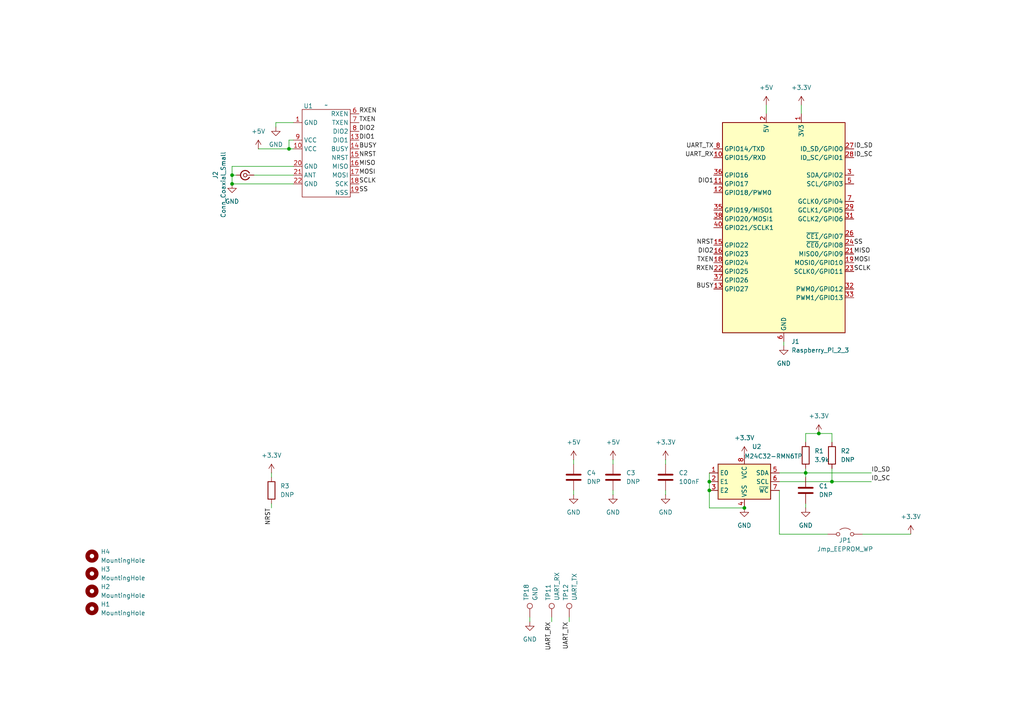
<source format=kicad_sch>
(kicad_sch (version 20231120) (generator "eeschema") (generator_version "8.0")
  (paper "A4")
  (lib_symbols
    (symbol "Connector:Conn_Coaxial_Small" (pin_numbers hide) (pin_names (offset 1.016) hide)
      (property "Reference" "J" (at 0.254 3.048 0))
      (property "Value" "Conn_Coaxial_Small" (at 0 -3.81 0))
      (symbol "Conn_Coaxial_Small_0_1"
        (polyline (pts (xy -2.54 0) (xy -0.508 0)))
        (circle (center 0 0) (radius 0.508) (stroke (width 0.2032)))
      )
      (symbol "Conn_Coaxial_Small_1_1"
        (arc (start -1.1916 -0.6311) (mid 0.327 -1.3081) (end 1.3484 0.0039) (stroke (width 0.3048)))
        (arc (start 1.3484 -0.0039) (mid 0.327 1.3081) (end -1.1916 0.6311) (stroke (width 0.3048)))
        (pin passive line (at -2.54 0 0) (length 1.27) (name "In") (number "1"))
        (pin passive line (at 2.54 0 180) (length 1.27) (name "Ext") (number "2"))
      )
    )
    (symbol "Connector:Raspberry_Pi_2_3"
      (property "Reference" "J" (at -17.78 31.75 0))
      (property "Value" "Raspberry_Pi_2_3" (at 10.16 -31.75 0))
      (symbol "Raspberry_Pi_2_3_0_1"
        (rectangle (start -17.78 30.48) (end 17.78 -30.48) (stroke (width 0.254)) (fill (type background)))
      )
      (symbol "Raspberry_Pi_2_3_1_1"
        (pin power_in line (at 5.08 33.02 270) (length 2.54) (name "3V3") (number "1"))
        (pin bidirectional line (at -20.32 20.32 0) (length 2.54) (name "GPIO15/RXD") (number "10"))
        (pin bidirectional line (at -20.32 12.7 0) (length 2.54) (name "GPIO17") (number "11"))
        (pin bidirectional line (at -20.32 10.16 0) (length 2.54) (name "GPIO18/PWM0") (number "12"))
        (pin bidirectional line (at -20.32 -17.78 0) (length 2.54) (name "GPIO27") (number "13"))
        (pin passive line (at 0 -33.02 90) (length 2.54) hide (name "GND") (number "14"))
        (pin bidirectional line (at -20.32 -5.08 0) (length 2.54) (name "GPIO22") (number "15"))
        (pin bidirectional line (at -20.32 -7.62 0) (length 2.54) (name "GPIO23") (number "16"))
        (pin passive line (at 5.08 33.02 270) (length 2.54) hide (name "3V3") (number "17"))
        (pin bidirectional line (at -20.32 -10.16 0) (length 2.54) (name "GPIO24") (number "18"))
        (pin bidirectional line (at 20.32 -10.16 180) (length 2.54) (name "MOSI0/GPIO10") (number "19"))
        (pin power_in line (at -5.08 33.02 270) (length 2.54) (name "5V") (number "2"))
        (pin passive line (at 0 -33.02 90) (length 2.54) hide (name "GND") (number "20"))
        (pin bidirectional line (at 20.32 -7.62 180) (length 2.54) (name "MISO0/GPIO9") (number "21"))
        (pin bidirectional line (at -20.32 -12.7 0) (length 2.54) (name "GPIO25") (number "22"))
        (pin bidirectional line (at 20.32 -12.7 180) (length 2.54) (name "SCLK0/GPIO11") (number "23"))
        (pin bidirectional line (at 20.32 -5.08 180) (length 2.54) (name "~{CE0}/GPIO8") (number "24"))
        (pin passive line (at 0 -33.02 90) (length 2.54) hide (name "GND") (number "25"))
        (pin bidirectional line (at 20.32 -2.54 180) (length 2.54) (name "~{CE1}/GPIO7") (number "26"))
        (pin bidirectional line (at 20.32 22.86 180) (length 2.54) (name "ID_SD/GPIO0") (number "27"))
        (pin bidirectional line (at 20.32 20.32 180) (length 2.54) (name "ID_SC/GPIO1") (number "28"))
        (pin bidirectional line (at 20.32 5.08 180) (length 2.54) (name "GCLK1/GPIO5") (number "29"))
        (pin bidirectional line (at 20.32 15.24 180) (length 2.54) (name "SDA/GPIO2") (number "3"))
        (pin passive line (at 0 -33.02 90) (length 2.54) hide (name "GND") (number "30"))
        (pin bidirectional line (at 20.32 2.54 180) (length 2.54) (name "GCLK2/GPIO6") (number "31"))
        (pin bidirectional line (at 20.32 -17.78 180) (length 2.54) (name "PWM0/GPIO12") (number "32"))
        (pin bidirectional line (at 20.32 -20.32 180) (length 2.54) (name "PWM1/GPIO13") (number "33"))
        (pin passive line (at 0 -33.02 90) (length 2.54) hide (name "GND") (number "34"))
        (pin bidirectional line (at -20.32 5.08 0) (length 2.54) (name "GPIO19/MISO1") (number "35"))
        (pin bidirectional line (at -20.32 15.24 0) (length 2.54) (name "GPIO16") (number "36"))
        (pin bidirectional line (at -20.32 -15.24 0) (length 2.54) (name "GPIO26") (number "37"))
        (pin bidirectional line (at -20.32 2.54 0) (length 2.54) (name "GPIO20/MOSI1") (number "38"))
        (pin passive line (at 0 -33.02 90) (length 2.54) hide (name "GND") (number "39"))
        (pin passive line (at -5.08 33.02 270) (length 2.54) hide (name "5V") (number "4"))
        (pin bidirectional line (at -20.32 0 0) (length 2.54) (name "GPIO21/SCLK1") (number "40"))
        (pin bidirectional line (at 20.32 12.7 180) (length 2.54) (name "SCL/GPIO3") (number "5"))
        (pin power_in line (at 0 -33.02 90) (length 2.54) (name "GND") (number "6"))
        (pin bidirectional line (at 20.32 7.62 180) (length 2.54) (name "GCLK0/GPIO4") (number "7"))
        (pin bidirectional line (at -20.32 22.86 0) (length 2.54) (name "GPIO14/TXD") (number "8"))
        (pin passive line (at 0 -33.02 90) (length 2.54) hide (name "GND") (number "9"))
      )
    )
    (symbol "Connector:TestPoint" (pin_numbers hide) (pin_names (offset 0.762) hide)
      (property "Reference" "TP" (at 0 6.858 0))
      (property "Value" "TestPoint" (at 0 5.08 0))
      (symbol "TestPoint_0_1"
        (circle (center 0 3.302) (radius 0.762))
      )
      (symbol "TestPoint_1_1"
        (pin passive line (at 0 0 90) (length 2.54) (name "1") (number "1"))
      )
    )
    (symbol "Device:C" (pin_numbers hide) (pin_names (offset 0.254))
      (property "Reference" "C" (at 0.635 2.54 0))
      (property "Value" "C" (at 0.635 -2.54 0))
      (symbol "C_0_1"
        (polyline (pts (xy -2.032 -0.762) (xy 2.032 -0.762)) (stroke (width 0.508)))
        (polyline (pts (xy -2.032 0.762) (xy 2.032 0.762)) (stroke (width 0.508)))
      )
      (symbol "C_1_1"
        (pin passive line (at 0 3.81 270) (length 2.794) (name "~") (number "1"))
        (pin passive line (at 0 -3.81 90) (length 2.794) (name "~") (number "2"))
      )
    )
    (symbol "Device:R" (pin_numbers hide) (pin_names (offset 0))
      (property "Reference" "R" (at 2.032 0 90))
      (property "Value" "R" (at 0 0 90))
      (symbol "R_0_1"
        (rectangle (start -1.016 -2.54) (end 1.016 2.54) (stroke (width 0.254)))
      )
      (symbol "R_1_1"
        (pin passive line (at 0 3.81 270) (length 1.27) (name "~") (number "1"))
        (pin passive line (at 0 -3.81 90) (length 1.27) (name "~") (number "2"))
      )
    )
    (symbol "Jumper:Jumper_2_Open" (pin_numbers hide) (pin_names (offset 0) hide) (exclude_from_sim yes)
      (property "Reference" "JP" (at 0 2.794 0))
      (property "Value" "Jumper_2_Open" (at 0 -2.286 0))
      (symbol "Jumper_2_Open_0_0"
        (circle (center -2.032 0) (radius 0.508))
        (circle (center 2.032 0) (radius 0.508))
      )
      (symbol "Jumper_2_Open_0_1"
        (arc (start 1.524 1.27) (mid 0 1.778) (end -1.524 1.27))
      )
      (symbol "Jumper_2_Open_1_1"
        (pin passive line (at -5.08 0 0) (length 2.54) (name "A") (number "1"))
        (pin passive line (at 5.08 0 180) (length 2.54) (name "B") (number "2"))
      )
    )
    (symbol "Mechanical:MountingHole" (pin_names (offset 1.016)) (exclude_from_sim yes) (in_bom no)
      (property "Reference" "H" (at 0 5.08 0))
      (property "Value" "MountingHole" (at 0 3.175 0))
      (symbol "MountingHole_0_1"
        (circle (center 0 0) (radius 1.27) (stroke (width 1.27)))
      )
    )
    (symbol "Memory_EEPROM:M24C01-FMN"
      (property "Reference" "U" (at -6.35 6.35 0))
      (property "Value" "M24C01-FMN" (at 7.62 6.35 0))
      (symbol "M24C01-FMN_0_1"
        (rectangle (start -7.62 5.08) (end 7.62 -5.08) (stroke (width 0.254)) (fill (type background)))
      )
      (symbol "M24C01-FMN_1_1"
        (pin input line (at -10.16 2.54 0) (length 2.54) (name "E0") (number "1"))
        (pin input line (at -10.16 0 0) (length 2.54) (name "E1") (number "2"))
        (pin input line (at -10.16 -2.54 0) (length 2.54) (name "E2") (number "3"))
        (pin power_in line (at 0 -7.62 90) (length 2.54) (name "VSS") (number "4"))
        (pin bidirectional line (at 10.16 2.54 180) (length 2.54) (name "SDA") (number "5"))
        (pin input line (at 10.16 0 180) (length 2.54) (name "SCL") (number "6"))
        (pin input line (at 10.16 -2.54 180) (length 2.54) (name "~{WC}") (number "7"))
        (pin power_in line (at 0 7.62 270) (length 2.54) (name "VCC") (number "8"))
      )
    )
    (symbol "arnes_ebyte:E22-400M33S"
      (property "Reference" "U" (at -5.08 12.7 0))
      (property "Value" "E22-400M33S" (at 0.762 -15.24 0))
      (symbol "E22-400M33S_0_0"
        (pin passive line (at -8.89 7.62 0) (length 2.54) (name "GND") (number "1"))
        (pin power_in line (at -8.89 0 0) (length 2.54) (name "VCC") (number "10"))
        (pin passive line (at -8.89 7.62 0) (length 2.54) hide (name "GND") (number "11"))
        (pin passive line (at -8.89 7.62 0) (length 2.54) hide (name "GND") (number "12"))
        (pin bidirectional line (at 10.16 2.54 180) (length 2.54) (name "DIO1") (number "13"))
        (pin output line (at 10.16 0 180) (length 2.54) (name "BUSY") (number "14"))
        (pin input line (at 10.16 -2.54 180) (length 2.54) (name "NRST") (number "15"))
        (pin output line (at 10.16 -5.08 180) (length 2.54) (name "MISO") (number "16"))
        (pin input line (at 10.16 -7.62 180) (length 2.54) (name "MOSI") (number "17"))
        (pin input line (at 10.16 -10.16 180) (length 2.54) (name "SCK") (number "18"))
        (pin input line (at 10.16 -12.7 180) (length 2.54) (name "NSS") (number "19"))
        (pin passive line (at -8.89 7.62 0) (length 2.54) hide (name "GND") (number "2"))
        (pin power_in line (at -8.89 -5.08 0) (length 2.54) (name "GND") (number "20"))
        (pin passive line (at -8.89 -7.62 0) (length 2.54) (name "ANT") (number "21"))
        (pin power_in line (at -8.89 -10.16 0) (length 2.54) (name "GND") (number "22"))
        (pin passive line (at -8.89 7.62 0) (length 2.54) hide (name "GND") (number "3"))
        (pin passive line (at -8.89 7.62 0) (length 2.54) hide (name "GND") (number "4"))
        (pin passive line (at -8.89 7.62 0) (length 2.54) hide (name "GND") (number "5"))
        (pin input line (at 10.16 10.16 180) (length 2.54) (name "RXEN") (number "6"))
        (pin input line (at 10.16 7.62 180) (length 2.54) (name "TXEN") (number "7"))
        (pin bidirectional line (at 10.16 5.08 180) (length 2.54) (name "DIO2") (number "8"))
        (pin power_in line (at -8.89 2.54 0) (length 2.54) (name "VCC") (number "9"))
      )
      (symbol "E22-400M33S_0_1"
        (rectangle (start 7.62 -13.97) (end -6.35 11.43))
      )
    )
    (symbol "power:+3.3V" (power) (pin_numbers hide) (pin_names (offset 0) hide)
      (property "Value" "+3.3V" (at 0 3.556 0))
      (symbol "+3.3V_0_1"
        (polyline (pts (xy -0.762 1.27) (xy 0 2.54)))
        (polyline (pts (xy 0 0) (xy 0 2.54)))
        (polyline (pts (xy 0 2.54) (xy 0.762 1.27)))
      )
      (symbol "+3.3V_1_1"
        (pin power_in line (at 0 0 90) (length 0) (name "~") (number "1"))
      )
    )
    (symbol "power:+5V" (power) (pin_numbers hide) (pin_names (offset 0) hide)
      (property "Value" "+5V" (at 0 3.556 0))
      (symbol "+5V_0_1"
        (polyline (pts (xy -0.762 1.27) (xy 0 2.54)))
        (polyline (pts (xy 0 0) (xy 0 2.54)))
        (polyline (pts (xy 0 2.54) (xy 0.762 1.27)))
      )
      (symbol "+5V_1_1"
        (pin power_in line (at 0 0 90) (length 0) (name "~") (number "1"))
      )
    )
    (symbol "power:GND" (power) (pin_numbers hide) (pin_names (offset 0) hide)
      (property "Value" "GND" (at 0 -3.81 0))
      (symbol "GND_0_1"
        (polyline (pts (xy 0 0) (xy 0 -1.27) (xy 1.27 -1.27) (xy 0 -2.54) (xy -1.27 -1.27) (xy 0 -1.27)))
      )
      (symbol "GND_1_1"
        (pin power_in line (at 0 0 270) (length 0) (name "~") (number "1"))
      )
    )
  )
  (junction (at 67.31 50.8))
  (junction (at 237.49 125.73))
  (junction (at 215.9 147.32))
  (junction (at 67.31 53.34))
  (junction (at 205.74 139.7))
  (junction (at 205.74 142.24))
  (junction (at 83.82 43.18))
  (junction (at 233.68 137.16))
  (junction (at 241.3 139.7))
  (wire (pts (xy 205.74 139.7) (xy 205.74 142.24)))
  (wire (pts (xy 233.68 135.89) (xy 233.68 137.16)))
  (wire (pts (xy 177.8 133.35) (xy 177.8 134.62)))
  (wire (pts (xy 85.09 40.64) (xy 83.82 40.64)))
  (wire (pts (xy 193.04 133.35) (xy 193.04 134.62)))
  (wire (pts (xy 226.06 154.94) (xy 240.03 154.94)))
  (wire (pts (xy 83.82 40.64) (xy 83.82 43.18)))
  (wire (pts (xy 177.8 142.24) (xy 177.8 143.51)))
  (wire (pts (xy 67.31 50.8) (xy 67.31 53.34)))
  (wire (pts (xy 166.37 133.35) (xy 166.37 134.62)))
  (wire (pts (xy 67.31 48.26) (xy 67.31 50.8)))
  (wire (pts (xy 73.66 50.8) (xy 85.09 50.8)))
  (wire (pts (xy 166.37 142.24) (xy 166.37 143.51)))
  (wire (pts (xy 237.49 125.73) (xy 241.3 125.73)))
  (wire (pts (xy 233.68 137.16) (xy 233.68 138.43)))
  (wire (pts (xy 226.06 142.24) (xy 226.06 154.94)))
  (wire (pts (xy 153.67 179.07) (xy 153.67 180.34)))
  (wire (pts (xy 193.04 142.24) (xy 193.04 143.51)))
  (wire (pts (xy 74.93 43.18) (xy 83.82 43.18)))
  (wire (pts (xy 205.74 142.24) (xy 205.74 147.32)))
  (wire (pts (xy 233.68 147.32) (xy 233.68 146.05)))
  (wire (pts (xy 67.31 48.26) (xy 85.09 48.26)))
  (wire (pts (xy 165.1 179.07) (xy 165.1 180.34)))
  (wire (pts (xy 226.06 137.16) (xy 233.68 137.16)))
  (wire (pts (xy 78.74 146.05) (xy 78.74 147.32)))
  (wire (pts (xy 232.41 30.48) (xy 232.41 33.02)))
  (wire (pts (xy 83.82 43.18) (xy 85.09 43.18)))
  (wire (pts (xy 233.68 137.16) (xy 252.73 137.16)))
  (wire (pts (xy 233.68 128.27) (xy 233.68 125.73)))
  (wire (pts (xy 250.19 154.94) (xy 264.16 154.94)))
  (wire (pts (xy 205.74 147.32) (xy 215.9 147.32)))
  (wire (pts (xy 227.33 99.06) (xy 227.33 100.33)))
  (wire (pts (xy 160.02 179.07) (xy 160.02 180.34)))
  (wire (pts (xy 233.68 125.73) (xy 237.49 125.73)))
  (wire (pts (xy 78.74 137.16) (xy 78.74 138.43)))
  (wire (pts (xy 80.01 35.56) (xy 80.01 36.83)))
  (wire (pts (xy 226.06 139.7) (xy 241.3 139.7)))
  (wire (pts (xy 67.31 53.34) (xy 85.09 53.34)))
  (wire (pts (xy 222.25 30.48) (xy 222.25 33.02)))
  (wire (pts (xy 241.3 139.7) (xy 252.73 139.7)))
  (wire (pts (xy 205.74 137.16) (xy 205.74 139.7)))
  (wire (pts (xy 241.3 125.73) (xy 241.3 128.27)))
  (wire (pts (xy 241.3 135.89) (xy 241.3 139.7)))
  (wire (pts (xy 85.09 35.56) (xy 80.01 35.56)))
  (wire (pts (xy 68.58 50.8) (xy 67.31 50.8)))
  (label "NRST" (at 207.01 71.12 180))
  (label "DIO2" (at 207.01 73.66 180))
  (label "DIO1" (at 207.01 53.34 180))
  (label "DIO1" (at 104.14 40.64 0))
  (label "SS" (at 104.14 55.88 0))
  (label "MOSI" (at 247.65 76.2 0))
  (label "ID_SC" (at 252.73 139.7 0))
  (label "UART_TX" (at 207.01 43.18 180))
  (label "UART_TX" (at 165.1 180.34 270))
  (label "ID_SD" (at 247.65 43.18 0))
  (label "TXEN" (at 104.14 35.56 0))
  (label "NRST" (at 104.14 45.72 0))
  (label "MISO" (at 104.14 48.26 0))
  (label "ID_SC" (at 247.65 45.72 0))
  (label "SCLK" (at 247.65 78.74 0))
  (label "TXEN" (at 207.01 76.2 180))
  (label "MOSI" (at 104.14 50.8 0))
  (label "MISO" (at 247.65 73.66 0))
  (label "UART_RX" (at 207.01 45.72 180))
  (label "UART_RX" (at 160.02 180.34 270))
  (label "SS" (at 247.65 71.12 0))
  (label "SCLK" (at 104.14 53.34 0))
  (label "RXEN" (at 207.01 78.74 180))
  (label "BUSY" (at 104.14 43.18 0))
  (label "NRST" (at 78.74 147.32 270))
  (label "RXEN" (at 104.14 33.02 0))
  (label "ID_SD" (at 252.73 137.16 0))
  (label "DIO2" (at 104.14 38.1 0))
  (label "BUSY" (at 207.01 83.82 180))
  (symbol (lib_id "power:GND") (at 177.8 143.51 0) (unit 1)
    (property "Reference" "#PWR022" (effects (hide yes)))
    (property "Value" "GND" (at 177.8 148.59 0))
    (property "Description" "Power symbol creates a global label with name \"GND\" , ground" (effects (hide yes)))
  )
  (symbol (lib_id "Device:C") (at 166.37 138.43 0) (unit 1)
    (property "Reference" "C4" (at 170.18 137.1599 0) (effects (justify left)))
    (property "Value" "DNP" (at 170.18 139.6999 0) (effects (justify left)))
    (property "Footprint" "Capacitor_SMD:C_1206_3216Metric" (effects (hide yes)))
    (property "Description" "Unpolarized capacitor" (effects (hide yes)))
  )
  (symbol (lib_id "power:GND") (at 233.68 147.32 0) (unit 1)
    (property "Reference" "#PWR011" (effects (hide yes)))
    (property "Value" "GND" (at 233.68 152.4 0))
    (property "Description" "Power symbol creates a global label with name \"GND\" , ground" (effects (hide yes)))
  )
  (symbol (lib_id "power:GND") (at 153.67 180.34 0) (unit 1)
    (property "Reference" "#PWR020" (effects (hide yes)))
    (property "Value" "GND" (at 153.67 185.42 0))
    (property "Description" "Power symbol creates a global label with name \"GND\" , ground" (effects (hide yes)))
  )
  (symbol (lib_id "power:+3.3V") (at 264.16 154.94 0) (unit 1)
    (property "Reference" "#PWR010" (effects (hide yes)))
    (property "Value" "+3.3V" (at 264.16 149.86 0))
    (property "Description" "Power symbol creates a global label with name \"+3.3V\"" (effects (hide yes)))
  )
  (symbol (lib_id "Connector:TestPoint") (at 165.1 179.07 0) (unit 1)
    (property "Reference" "TP12" (at 164.084 174.244 90) (effects (justify left)))
    (property "Value" "UART_TX" (at 166.624 174.244 90) (effects (justify left)))
    (property "Footprint" "TestPoint:TestPoint_Pad_D1.0mm" (effects (hide yes)))
    (property "Description" "test point" (effects (hide yes)))
  )
  (symbol (lib_id "Device:R") (at 233.68 132.08 0) (unit 1)
    (property "Reference" "R1" (at 236.22 130.8099 0) (effects (justify left)))
    (property "Value" "3.9k" (at 236.22 133.3499 0) (effects (justify left)))
    (property "Footprint" "Resistor_SMD:R_0603_1608Metric" (effects (hide yes)))
    (property "Description" "Resistor" (effects (hide yes)))
  )
  (symbol (lib_id "power:GND") (at 166.37 143.51 0) (unit 1)
    (property "Reference" "#PWR024" (effects (hide yes)))
    (property "Value" "GND" (at 166.37 148.59 0))
    (property "Description" "Power symbol creates a global label with name \"GND\" , ground" (effects (hide yes)))
  )
  (symbol (lib_id "Mechanical:MountingHole") (at 26.67 161.29 0) (unit 1) (exclude_from_sim yes) (in_bom no)
    (property "Reference" "H4" (at 29.21 160.0199 0) (effects (justify left)))
    (property "Value" "MountingHole" (at 29.21 162.5599 0) (effects (justify left)))
    (property "Footprint" "MountingHole:MountingHole_2.7mm_M2.5" (effects (hide yes)))
    (property "Description" "Mounting Hole without connection" (effects (hide yes)))
  )
  (symbol (lib_id "power:GND") (at 215.9 147.32 0) (unit 1)
    (property "Reference" "#PWR07" (effects (hide yes)))
    (property "Value" "GND" (at 215.9 152.4 0))
    (property "Description" "Power symbol creates a global label with name \"GND\" , ground" (effects (hide yes)))
  )
  (symbol (lib_id "power:GND") (at 193.04 143.51 0) (unit 1)
    (property "Reference" "#PWR017" (effects (hide yes)))
    (property "Value" "GND" (at 193.04 148.59 0))
    (property "Description" "Power symbol creates a global label with name \"GND\" , ground" (effects (hide yes)))
  )
  (symbol (lib_id "power:+3.3V") (at 193.04 133.35 0) (unit 1)
    (property "Reference" "#PWR016" (effects (hide yes)))
    (property "Value" "+3.3V" (at 193.04 128.27 0))
    (property "Description" "Power symbol creates a global label with name \"+3.3V\"" (effects (hide yes)))
  )
  (symbol (lib_id "Device:C") (at 177.8 138.43 0) (unit 1)
    (property "Reference" "C3" (at 181.61 137.1599 0) (effects (justify left)))
    (property "Value" "DNP" (at 181.61 139.6999 0) (effects (justify left)))
    (property "Footprint" "Capacitor_SMD:C_0603_1608Metric" (effects (hide yes)))
    (property "Description" "Unpolarized capacitor" (effects (hide yes)))
  )
  (symbol (lib_id "power:+5V") (at 166.37 133.35 0) (unit 1)
    (property "Reference" "#PWR023" (effects (hide yes)))
    (property "Value" "+5V" (at 166.37 128.27 0))
    (property "Description" "Power symbol creates a global label with name \"+5V\"" (effects (hide yes)))
  )
  (symbol (lib_id "power:+5V") (at 74.93 43.18 0) (unit 1)
    (property "Reference" "#PWR05" (effects (hide yes)))
    (property "Value" "+5V" (at 74.93 38.1 0))
    (property "Description" "Power symbol creates a global label with name \"+5V\"" (effects (hide yes)))
  )
  (symbol (lib_id "Connector:Conn_Coaxial_Small") (at 71.12 50.8 180) (unit 1)
    (property "Reference" "J2" (at 62.484 50.8 90))
    (property "Value" "Conn_Coaxial_Small" (at 64.77 53.594 90))
    (property "Footprint" "Connector_Coaxial:SMA_Amphenol_132289_EdgeMount" (effects (hide yes)))
    (property "Description" "small coaxial connector (BNC, SMA, SMB, SMC, Cinch/RCA, LEMO, ...)" (effects (hide yes)))
  )
  (symbol (lib_id "Device:C") (at 233.68 142.24 0) (unit 1)
    (property "Reference" "C1" (at 237.49 140.9699 0) (effects (justify left)))
    (property "Value" "DNP" (at 237.49 143.5099 0) (effects (justify left)))
    (property "Footprint" "Capacitor_SMD:C_0603_1608Metric_Pad1.08x0.95mm_HandSolder" (effects (hide yes)))
    (property "Description" "Unpolarized capacitor" (effects (hide yes)))
  )
  (symbol (lib_id "Device:R") (at 78.74 142.24 0) (unit 1)
    (property "Reference" "R3" (at 81.28 140.9699 0) (effects (justify left)))
    (property "Value" "DNP" (at 81.28 143.5099 0) (effects (justify left)))
    (property "Footprint" "Resistor_SMD:R_0603_1608Metric" (effects (hide yes)))
    (property "Description" "Resistor" (effects (hide yes)))
  )
  (symbol (lib_id "Connector:Raspberry_Pi_2_3") (at 227.33 66.04 0) (unit 1)
    (property "Reference" "J1" (at 229.5241 99.06 0) (effects (justify left)))
    (property "Value" "Raspberry_Pi_2_3" (at 229.5241 101.6 0) (effects (justify left)))
    (property "Footprint" "Connector_PinSocket_2.54mm:PinSocket_2x20_P2.54mm_Vertical_SMD" (effects (hide yes)))
    (property "Datasheet" "https://www.raspberrypi.org/documentation/hardware/raspberrypi/schematics/rpi_SCH_3bplus_1p0_reduced.pdf" (effects (hide yes)))
    (property "Description" "expansion header for Raspberry Pi 2 & 3" (effects (hide yes)))
  )
  (symbol (lib_id "Connector:TestPoint") (at 160.02 179.07 0) (unit 1)
    (property "Reference" "TP11" (at 159.004 174.244 90) (effects (justify left)))
    (property "Value" "UART_RX" (at 161.544 174.244 90) (effects (justify left)))
    (property "Footprint" "TestPoint:TestPoint_Pad_D1.0mm" (effects (hide yes)))
    (property "Description" "test point" (effects (hide yes)))
  )
  (symbol (lib_id "power:+5V") (at 177.8 133.35 0) (unit 1)
    (property "Reference" "#PWR021" (effects (hide yes)))
    (property "Value" "+5V" (at 177.8 128.27 0))
    (property "Description" "Power symbol creates a global label with name \"+5V\"" (effects (hide yes)))
  )
  (symbol (lib_id "Mechanical:MountingHole") (at 26.67 176.53 0) (unit 1) (exclude_from_sim yes) (in_bom no)
    (property "Reference" "H1" (at 29.21 175.2599 0) (effects (justify left)))
    (property "Value" "MountingHole" (at 29.21 177.7999 0) (effects (justify left)))
    (property "Footprint" "MountingHole:MountingHole_2.7mm_M2.5" (effects (hide yes)))
    (property "Description" "Mounting Hole without connection" (effects (hide yes)))
  )
  (symbol (lib_id "power:+3.3V") (at 237.49 125.73 0) (unit 1)
    (property "Reference" "#PWR09" (effects (hide yes)))
    (property "Value" "+3.3V" (at 237.49 120.65 0))
    (property "Description" "Power symbol creates a global label with name \"+3.3V\"" (effects (hide yes)))
  )
  (symbol (lib_id "power:+3.3V") (at 232.41 30.48 0) (unit 1)
    (property "Reference" "#PWR06" (effects (hide yes)))
    (property "Value" "+3.3V" (at 232.41 25.4 0))
    (property "Description" "Power symbol creates a global label with name \"+3.3V\"" (effects (hide yes)))
  )
  (symbol (lib_id "power:+3.3V") (at 215.9 132.08 0) (unit 1)
    (property "Reference" "#PWR08" (effects (hide yes)))
    (property "Value" "+3.3V" (at 215.9 127 0))
    (property "Description" "Power symbol creates a global label with name \"+3.3V\"" (effects (hide yes)))
  )
  (symbol (lib_id "Mechanical:MountingHole") (at 26.67 171.45 0) (unit 1) (exclude_from_sim yes) (in_bom no)
    (property "Reference" "H2" (at 29.21 170.1799 0) (effects (justify left)))
    (property "Value" "MountingHole" (at 29.21 172.7199 0) (effects (justify left)))
    (property "Footprint" "MountingHole:MountingHole_2.7mm_M2.5" (effects (hide yes)))
    (property "Description" "Mounting Hole without connection" (effects (hide yes)))
  )
  (symbol (lib_id "Connector:TestPoint") (at 153.67 179.07 0) (unit 1)
    (property "Reference" "TP18" (at 152.654 174.244 90) (effects (justify left)))
    (property "Value" "GND" (at 155.194 174.244 90) (effects (justify left)))
    (property "Footprint" "TestPoint:TestPoint_Pad_D1.0mm" (effects (hide yes)))
    (property "Description" "test point" (effects (hide yes)))
  )
  (symbol (lib_id "power:GND") (at 80.01 36.83 0) (unit 1)
    (property "Reference" "#PWR01" (effects (hide yes)))
    (property "Value" "GND" (at 80.01 41.91 0))
    (property "Description" "Power symbol creates a global label with name \"GND\" , ground" (effects (hide yes)))
  )
  (symbol (lib_id "Device:C") (at 193.04 138.43 0) (unit 1)
    (property "Reference" "C2" (at 196.85 137.1599 0) (effects (justify left)))
    (property "Value" "100nF" (at 196.85 139.6999 0) (effects (justify left)))
    (property "Footprint" "Capacitor_SMD:C_0603_1608Metric_Pad1.08x0.95mm_HandSolder" (effects (hide yes)))
    (property "Description" "Unpolarized capacitor" (effects (hide yes)))
  )
  (symbol (lib_id "Memory_EEPROM:M24C01-FMN") (at 215.9 139.7 0) (unit 1)
    (property "Reference" "U2" (at 218.0941 129.54 0) (effects (justify left)))
    (property "Value" "M24C32-RMN6TP" (at 215.9 132.334 0) (effects (justify left)))
    (property "Footprint" "Package_SO:SOIC-8_3.9x4.9mm_P1.27mm" (effects (hide yes)))
    (property "Datasheet" "http://www.st.com/content/ccc/resource/technical/document/datasheet/b0/d8/50/40/5a/85/49/6f/DM00071904.pdf/files/DM00071904.pdf/jcr:content/translations/en.DM00071904.pdf" (effects (hide yes)))
    (property "Description" "1Kb (128x8) I2C Serial EEPROM, 1.6-5.5V, SOIC-8" (effects (hide yes)))
  )
  (symbol (lib_id "power:GND") (at 67.31 53.34 0) (unit 1)
    (property "Reference" "#PWR03" (effects (hide yes)))
    (property "Value" "GND" (at 67.31 58.42 0))
    (property "Description" "Power symbol creates a global label with name \"GND\" , ground" (effects (hide yes)))
  )
  (symbol (lib_id "power:+3.3V") (at 78.74 137.16 0) (unit 1)
    (property "Reference" "#PWR012" (effects (hide yes)))
    (property "Value" "+3.3V" (at 78.74 132.08 0))
    (property "Description" "Power symbol creates a global label with name \"+3.3V\"" (effects (hide yes)))
  )
  (symbol (lib_id "Jumper:Jumper_2_Open") (at 245.11 154.94 0) (unit 1) (exclude_from_sim yes)
    (property "Reference" "JP1" (at 245.11 156.718 0))
    (property "Value" "Jmp_EEPROM_WP" (at 245.11 159.258 0))
    (property "Footprint" "Jumper:SolderJumper-2_P1.3mm_Open_RoundedPad1.0x1.5mm" (effects (hide yes)))
    (property "Description" "Jumper, 2-pole, open" (effects (hide yes)))
  )
  (symbol (lib_id "power:+5V") (at 222.25 30.48 0) (unit 1)
    (property "Reference" "#PWR02" (effects (hide yes)))
    (property "Value" "+5V" (at 222.25 25.4 0))
    (property "Description" "Power symbol creates a global label with name \"+5V\"" (effects (hide yes)))
  )
  (symbol (lib_id "Mechanical:MountingHole") (at 26.67 166.37 0) (unit 1) (exclude_from_sim yes) (in_bom no)
    (property "Reference" "H3" (at 29.21 165.0999 0) (effects (justify left)))
    (property "Value" "MountingHole" (at 29.21 167.6399 0) (effects (justify left)))
    (property "Footprint" "MountingHole:MountingHole_2.7mm_M2.5" (effects (hide yes)))
    (property "Description" "Mounting Hole without connection" (effects (hide yes)))
  )
  (symbol (lib_id "arnes_ebyte:E22-400M33S") (at 93.98 43.18 0) (unit 1)
    (property "Reference" "U1" (at 89.408 30.734 0))
    (property "Value" "~" (at 94.615 30.48 0))
    (property "Footprint" "arnes_ebyte:E22-xxxM33S" (effects (hide yes)))
  )
  (symbol (lib_id "power:GND") (at 227.33 100.33 0) (unit 1)
    (property "Reference" "#PWR04" (effects (hide yes)))
    (property "Value" "GND" (at 227.33 105.41 0))
    (property "Description" "Power symbol creates a global label with name \"GND\" , ground" (effects (hide yes)))
  )
  (symbol (lib_id "Device:R") (at 241.3 132.08 0) (unit 1)
    (property "Reference" "R2" (at 243.84 130.8099 0) (effects (justify left)))
    (property "Value" "DNP" (at 243.84 133.3499 0) (effects (justify left)))
    (property "Footprint" "Resistor_SMD:R_0603_1608Metric" (effects (hide yes)))
    (property "Description" "Resistor" (effects (hide yes)))
  )
)
</source>
